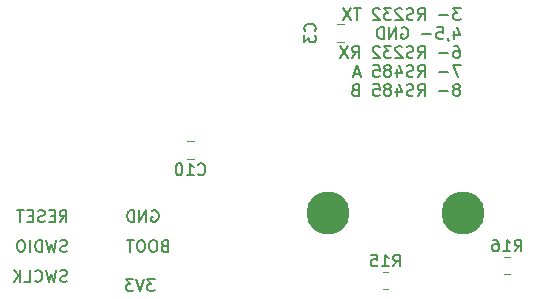
<source format=gbr>
%TF.GenerationSoftware,KiCad,Pcbnew,7.0.11+dfsg-1build4*%
%TF.CreationDate,2025-07-11T21:35:20+02:00*%
%TF.ProjectId,ParaPRZEKAZNIK,50617261-5052-45a4-954b-415a4e494b2e,rev?*%
%TF.SameCoordinates,Original*%
%TF.FileFunction,Legend,Bot*%
%TF.FilePolarity,Positive*%
%FSLAX46Y46*%
G04 Gerber Fmt 4.6, Leading zero omitted, Abs format (unit mm)*
G04 Created by KiCad (PCBNEW 7.0.11+dfsg-1build4) date 2025-07-11 21:35:20*
%MOMM*%
%LPD*%
G01*
G04 APERTURE LIST*
%ADD10C,0.150000*%
%ADD11C,0.120000*%
%ADD12C,3.650000*%
G04 APERTURE END LIST*
D10*
X75704458Y-54024819D02*
X75085411Y-54024819D01*
X75085411Y-54024819D02*
X75418744Y-54405771D01*
X75418744Y-54405771D02*
X75275887Y-54405771D01*
X75275887Y-54405771D02*
X75180649Y-54453390D01*
X75180649Y-54453390D02*
X75133030Y-54501009D01*
X75133030Y-54501009D02*
X75085411Y-54596247D01*
X75085411Y-54596247D02*
X75085411Y-54834342D01*
X75085411Y-54834342D02*
X75133030Y-54929580D01*
X75133030Y-54929580D02*
X75180649Y-54977200D01*
X75180649Y-54977200D02*
X75275887Y-55024819D01*
X75275887Y-55024819D02*
X75561601Y-55024819D01*
X75561601Y-55024819D02*
X75656839Y-54977200D01*
X75656839Y-54977200D02*
X75704458Y-54929580D01*
X74656839Y-54643866D02*
X73894935Y-54643866D01*
X72085411Y-55024819D02*
X72418744Y-54548628D01*
X72656839Y-55024819D02*
X72656839Y-54024819D01*
X72656839Y-54024819D02*
X72275887Y-54024819D01*
X72275887Y-54024819D02*
X72180649Y-54072438D01*
X72180649Y-54072438D02*
X72133030Y-54120057D01*
X72133030Y-54120057D02*
X72085411Y-54215295D01*
X72085411Y-54215295D02*
X72085411Y-54358152D01*
X72085411Y-54358152D02*
X72133030Y-54453390D01*
X72133030Y-54453390D02*
X72180649Y-54501009D01*
X72180649Y-54501009D02*
X72275887Y-54548628D01*
X72275887Y-54548628D02*
X72656839Y-54548628D01*
X71704458Y-54977200D02*
X71561601Y-55024819D01*
X71561601Y-55024819D02*
X71323506Y-55024819D01*
X71323506Y-55024819D02*
X71228268Y-54977200D01*
X71228268Y-54977200D02*
X71180649Y-54929580D01*
X71180649Y-54929580D02*
X71133030Y-54834342D01*
X71133030Y-54834342D02*
X71133030Y-54739104D01*
X71133030Y-54739104D02*
X71180649Y-54643866D01*
X71180649Y-54643866D02*
X71228268Y-54596247D01*
X71228268Y-54596247D02*
X71323506Y-54548628D01*
X71323506Y-54548628D02*
X71513982Y-54501009D01*
X71513982Y-54501009D02*
X71609220Y-54453390D01*
X71609220Y-54453390D02*
X71656839Y-54405771D01*
X71656839Y-54405771D02*
X71704458Y-54310533D01*
X71704458Y-54310533D02*
X71704458Y-54215295D01*
X71704458Y-54215295D02*
X71656839Y-54120057D01*
X71656839Y-54120057D02*
X71609220Y-54072438D01*
X71609220Y-54072438D02*
X71513982Y-54024819D01*
X71513982Y-54024819D02*
X71275887Y-54024819D01*
X71275887Y-54024819D02*
X71133030Y-54072438D01*
X70752077Y-54120057D02*
X70704458Y-54072438D01*
X70704458Y-54072438D02*
X70609220Y-54024819D01*
X70609220Y-54024819D02*
X70371125Y-54024819D01*
X70371125Y-54024819D02*
X70275887Y-54072438D01*
X70275887Y-54072438D02*
X70228268Y-54120057D01*
X70228268Y-54120057D02*
X70180649Y-54215295D01*
X70180649Y-54215295D02*
X70180649Y-54310533D01*
X70180649Y-54310533D02*
X70228268Y-54453390D01*
X70228268Y-54453390D02*
X70799696Y-55024819D01*
X70799696Y-55024819D02*
X70180649Y-55024819D01*
X69847315Y-54024819D02*
X69228268Y-54024819D01*
X69228268Y-54024819D02*
X69561601Y-54405771D01*
X69561601Y-54405771D02*
X69418744Y-54405771D01*
X69418744Y-54405771D02*
X69323506Y-54453390D01*
X69323506Y-54453390D02*
X69275887Y-54501009D01*
X69275887Y-54501009D02*
X69228268Y-54596247D01*
X69228268Y-54596247D02*
X69228268Y-54834342D01*
X69228268Y-54834342D02*
X69275887Y-54929580D01*
X69275887Y-54929580D02*
X69323506Y-54977200D01*
X69323506Y-54977200D02*
X69418744Y-55024819D01*
X69418744Y-55024819D02*
X69704458Y-55024819D01*
X69704458Y-55024819D02*
X69799696Y-54977200D01*
X69799696Y-54977200D02*
X69847315Y-54929580D01*
X68847315Y-54120057D02*
X68799696Y-54072438D01*
X68799696Y-54072438D02*
X68704458Y-54024819D01*
X68704458Y-54024819D02*
X68466363Y-54024819D01*
X68466363Y-54024819D02*
X68371125Y-54072438D01*
X68371125Y-54072438D02*
X68323506Y-54120057D01*
X68323506Y-54120057D02*
X68275887Y-54215295D01*
X68275887Y-54215295D02*
X68275887Y-54310533D01*
X68275887Y-54310533D02*
X68323506Y-54453390D01*
X68323506Y-54453390D02*
X68894934Y-55024819D01*
X68894934Y-55024819D02*
X68275887Y-55024819D01*
X67228267Y-54024819D02*
X66656839Y-54024819D01*
X66942553Y-55024819D02*
X66942553Y-54024819D01*
X66418743Y-54024819D02*
X65752077Y-55024819D01*
X65752077Y-54024819D02*
X66418743Y-55024819D01*
X75180649Y-55968152D02*
X75180649Y-56634819D01*
X75418744Y-55587200D02*
X75656839Y-56301485D01*
X75656839Y-56301485D02*
X75037792Y-56301485D01*
X74609220Y-56587200D02*
X74609220Y-56634819D01*
X74609220Y-56634819D02*
X74656839Y-56730057D01*
X74656839Y-56730057D02*
X74704458Y-56777676D01*
X73704459Y-55634819D02*
X74180649Y-55634819D01*
X74180649Y-55634819D02*
X74228268Y-56111009D01*
X74228268Y-56111009D02*
X74180649Y-56063390D01*
X74180649Y-56063390D02*
X74085411Y-56015771D01*
X74085411Y-56015771D02*
X73847316Y-56015771D01*
X73847316Y-56015771D02*
X73752078Y-56063390D01*
X73752078Y-56063390D02*
X73704459Y-56111009D01*
X73704459Y-56111009D02*
X73656840Y-56206247D01*
X73656840Y-56206247D02*
X73656840Y-56444342D01*
X73656840Y-56444342D02*
X73704459Y-56539580D01*
X73704459Y-56539580D02*
X73752078Y-56587200D01*
X73752078Y-56587200D02*
X73847316Y-56634819D01*
X73847316Y-56634819D02*
X74085411Y-56634819D01*
X74085411Y-56634819D02*
X74180649Y-56587200D01*
X74180649Y-56587200D02*
X74228268Y-56539580D01*
X73228268Y-56253866D02*
X72466364Y-56253866D01*
X70704459Y-55682438D02*
X70799697Y-55634819D01*
X70799697Y-55634819D02*
X70942554Y-55634819D01*
X70942554Y-55634819D02*
X71085411Y-55682438D01*
X71085411Y-55682438D02*
X71180649Y-55777676D01*
X71180649Y-55777676D02*
X71228268Y-55872914D01*
X71228268Y-55872914D02*
X71275887Y-56063390D01*
X71275887Y-56063390D02*
X71275887Y-56206247D01*
X71275887Y-56206247D02*
X71228268Y-56396723D01*
X71228268Y-56396723D02*
X71180649Y-56491961D01*
X71180649Y-56491961D02*
X71085411Y-56587200D01*
X71085411Y-56587200D02*
X70942554Y-56634819D01*
X70942554Y-56634819D02*
X70847316Y-56634819D01*
X70847316Y-56634819D02*
X70704459Y-56587200D01*
X70704459Y-56587200D02*
X70656840Y-56539580D01*
X70656840Y-56539580D02*
X70656840Y-56206247D01*
X70656840Y-56206247D02*
X70847316Y-56206247D01*
X70228268Y-56634819D02*
X70228268Y-55634819D01*
X70228268Y-55634819D02*
X69656840Y-56634819D01*
X69656840Y-56634819D02*
X69656840Y-55634819D01*
X69180649Y-56634819D02*
X69180649Y-55634819D01*
X69180649Y-55634819D02*
X68942554Y-55634819D01*
X68942554Y-55634819D02*
X68799697Y-55682438D01*
X68799697Y-55682438D02*
X68704459Y-55777676D01*
X68704459Y-55777676D02*
X68656840Y-55872914D01*
X68656840Y-55872914D02*
X68609221Y-56063390D01*
X68609221Y-56063390D02*
X68609221Y-56206247D01*
X68609221Y-56206247D02*
X68656840Y-56396723D01*
X68656840Y-56396723D02*
X68704459Y-56491961D01*
X68704459Y-56491961D02*
X68799697Y-56587200D01*
X68799697Y-56587200D02*
X68942554Y-56634819D01*
X68942554Y-56634819D02*
X69180649Y-56634819D01*
X75180649Y-57244819D02*
X75371125Y-57244819D01*
X75371125Y-57244819D02*
X75466363Y-57292438D01*
X75466363Y-57292438D02*
X75513982Y-57340057D01*
X75513982Y-57340057D02*
X75609220Y-57482914D01*
X75609220Y-57482914D02*
X75656839Y-57673390D01*
X75656839Y-57673390D02*
X75656839Y-58054342D01*
X75656839Y-58054342D02*
X75609220Y-58149580D01*
X75609220Y-58149580D02*
X75561601Y-58197200D01*
X75561601Y-58197200D02*
X75466363Y-58244819D01*
X75466363Y-58244819D02*
X75275887Y-58244819D01*
X75275887Y-58244819D02*
X75180649Y-58197200D01*
X75180649Y-58197200D02*
X75133030Y-58149580D01*
X75133030Y-58149580D02*
X75085411Y-58054342D01*
X75085411Y-58054342D02*
X75085411Y-57816247D01*
X75085411Y-57816247D02*
X75133030Y-57721009D01*
X75133030Y-57721009D02*
X75180649Y-57673390D01*
X75180649Y-57673390D02*
X75275887Y-57625771D01*
X75275887Y-57625771D02*
X75466363Y-57625771D01*
X75466363Y-57625771D02*
X75561601Y-57673390D01*
X75561601Y-57673390D02*
X75609220Y-57721009D01*
X75609220Y-57721009D02*
X75656839Y-57816247D01*
X74656839Y-57863866D02*
X73894935Y-57863866D01*
X72085411Y-58244819D02*
X72418744Y-57768628D01*
X72656839Y-58244819D02*
X72656839Y-57244819D01*
X72656839Y-57244819D02*
X72275887Y-57244819D01*
X72275887Y-57244819D02*
X72180649Y-57292438D01*
X72180649Y-57292438D02*
X72133030Y-57340057D01*
X72133030Y-57340057D02*
X72085411Y-57435295D01*
X72085411Y-57435295D02*
X72085411Y-57578152D01*
X72085411Y-57578152D02*
X72133030Y-57673390D01*
X72133030Y-57673390D02*
X72180649Y-57721009D01*
X72180649Y-57721009D02*
X72275887Y-57768628D01*
X72275887Y-57768628D02*
X72656839Y-57768628D01*
X71704458Y-58197200D02*
X71561601Y-58244819D01*
X71561601Y-58244819D02*
X71323506Y-58244819D01*
X71323506Y-58244819D02*
X71228268Y-58197200D01*
X71228268Y-58197200D02*
X71180649Y-58149580D01*
X71180649Y-58149580D02*
X71133030Y-58054342D01*
X71133030Y-58054342D02*
X71133030Y-57959104D01*
X71133030Y-57959104D02*
X71180649Y-57863866D01*
X71180649Y-57863866D02*
X71228268Y-57816247D01*
X71228268Y-57816247D02*
X71323506Y-57768628D01*
X71323506Y-57768628D02*
X71513982Y-57721009D01*
X71513982Y-57721009D02*
X71609220Y-57673390D01*
X71609220Y-57673390D02*
X71656839Y-57625771D01*
X71656839Y-57625771D02*
X71704458Y-57530533D01*
X71704458Y-57530533D02*
X71704458Y-57435295D01*
X71704458Y-57435295D02*
X71656839Y-57340057D01*
X71656839Y-57340057D02*
X71609220Y-57292438D01*
X71609220Y-57292438D02*
X71513982Y-57244819D01*
X71513982Y-57244819D02*
X71275887Y-57244819D01*
X71275887Y-57244819D02*
X71133030Y-57292438D01*
X70752077Y-57340057D02*
X70704458Y-57292438D01*
X70704458Y-57292438D02*
X70609220Y-57244819D01*
X70609220Y-57244819D02*
X70371125Y-57244819D01*
X70371125Y-57244819D02*
X70275887Y-57292438D01*
X70275887Y-57292438D02*
X70228268Y-57340057D01*
X70228268Y-57340057D02*
X70180649Y-57435295D01*
X70180649Y-57435295D02*
X70180649Y-57530533D01*
X70180649Y-57530533D02*
X70228268Y-57673390D01*
X70228268Y-57673390D02*
X70799696Y-58244819D01*
X70799696Y-58244819D02*
X70180649Y-58244819D01*
X69847315Y-57244819D02*
X69228268Y-57244819D01*
X69228268Y-57244819D02*
X69561601Y-57625771D01*
X69561601Y-57625771D02*
X69418744Y-57625771D01*
X69418744Y-57625771D02*
X69323506Y-57673390D01*
X69323506Y-57673390D02*
X69275887Y-57721009D01*
X69275887Y-57721009D02*
X69228268Y-57816247D01*
X69228268Y-57816247D02*
X69228268Y-58054342D01*
X69228268Y-58054342D02*
X69275887Y-58149580D01*
X69275887Y-58149580D02*
X69323506Y-58197200D01*
X69323506Y-58197200D02*
X69418744Y-58244819D01*
X69418744Y-58244819D02*
X69704458Y-58244819D01*
X69704458Y-58244819D02*
X69799696Y-58197200D01*
X69799696Y-58197200D02*
X69847315Y-58149580D01*
X68847315Y-57340057D02*
X68799696Y-57292438D01*
X68799696Y-57292438D02*
X68704458Y-57244819D01*
X68704458Y-57244819D02*
X68466363Y-57244819D01*
X68466363Y-57244819D02*
X68371125Y-57292438D01*
X68371125Y-57292438D02*
X68323506Y-57340057D01*
X68323506Y-57340057D02*
X68275887Y-57435295D01*
X68275887Y-57435295D02*
X68275887Y-57530533D01*
X68275887Y-57530533D02*
X68323506Y-57673390D01*
X68323506Y-57673390D02*
X68894934Y-58244819D01*
X68894934Y-58244819D02*
X68275887Y-58244819D01*
X66513982Y-58244819D02*
X66847315Y-57768628D01*
X67085410Y-58244819D02*
X67085410Y-57244819D01*
X67085410Y-57244819D02*
X66704458Y-57244819D01*
X66704458Y-57244819D02*
X66609220Y-57292438D01*
X66609220Y-57292438D02*
X66561601Y-57340057D01*
X66561601Y-57340057D02*
X66513982Y-57435295D01*
X66513982Y-57435295D02*
X66513982Y-57578152D01*
X66513982Y-57578152D02*
X66561601Y-57673390D01*
X66561601Y-57673390D02*
X66609220Y-57721009D01*
X66609220Y-57721009D02*
X66704458Y-57768628D01*
X66704458Y-57768628D02*
X67085410Y-57768628D01*
X66180648Y-57244819D02*
X65513982Y-58244819D01*
X65513982Y-57244819D02*
X66180648Y-58244819D01*
X75704458Y-58854819D02*
X75037792Y-58854819D01*
X75037792Y-58854819D02*
X75466363Y-59854819D01*
X74656839Y-59473866D02*
X73894935Y-59473866D01*
X72085411Y-59854819D02*
X72418744Y-59378628D01*
X72656839Y-59854819D02*
X72656839Y-58854819D01*
X72656839Y-58854819D02*
X72275887Y-58854819D01*
X72275887Y-58854819D02*
X72180649Y-58902438D01*
X72180649Y-58902438D02*
X72133030Y-58950057D01*
X72133030Y-58950057D02*
X72085411Y-59045295D01*
X72085411Y-59045295D02*
X72085411Y-59188152D01*
X72085411Y-59188152D02*
X72133030Y-59283390D01*
X72133030Y-59283390D02*
X72180649Y-59331009D01*
X72180649Y-59331009D02*
X72275887Y-59378628D01*
X72275887Y-59378628D02*
X72656839Y-59378628D01*
X71704458Y-59807200D02*
X71561601Y-59854819D01*
X71561601Y-59854819D02*
X71323506Y-59854819D01*
X71323506Y-59854819D02*
X71228268Y-59807200D01*
X71228268Y-59807200D02*
X71180649Y-59759580D01*
X71180649Y-59759580D02*
X71133030Y-59664342D01*
X71133030Y-59664342D02*
X71133030Y-59569104D01*
X71133030Y-59569104D02*
X71180649Y-59473866D01*
X71180649Y-59473866D02*
X71228268Y-59426247D01*
X71228268Y-59426247D02*
X71323506Y-59378628D01*
X71323506Y-59378628D02*
X71513982Y-59331009D01*
X71513982Y-59331009D02*
X71609220Y-59283390D01*
X71609220Y-59283390D02*
X71656839Y-59235771D01*
X71656839Y-59235771D02*
X71704458Y-59140533D01*
X71704458Y-59140533D02*
X71704458Y-59045295D01*
X71704458Y-59045295D02*
X71656839Y-58950057D01*
X71656839Y-58950057D02*
X71609220Y-58902438D01*
X71609220Y-58902438D02*
X71513982Y-58854819D01*
X71513982Y-58854819D02*
X71275887Y-58854819D01*
X71275887Y-58854819D02*
X71133030Y-58902438D01*
X70275887Y-59188152D02*
X70275887Y-59854819D01*
X70513982Y-58807200D02*
X70752077Y-59521485D01*
X70752077Y-59521485D02*
X70133030Y-59521485D01*
X69609220Y-59283390D02*
X69704458Y-59235771D01*
X69704458Y-59235771D02*
X69752077Y-59188152D01*
X69752077Y-59188152D02*
X69799696Y-59092914D01*
X69799696Y-59092914D02*
X69799696Y-59045295D01*
X69799696Y-59045295D02*
X69752077Y-58950057D01*
X69752077Y-58950057D02*
X69704458Y-58902438D01*
X69704458Y-58902438D02*
X69609220Y-58854819D01*
X69609220Y-58854819D02*
X69418744Y-58854819D01*
X69418744Y-58854819D02*
X69323506Y-58902438D01*
X69323506Y-58902438D02*
X69275887Y-58950057D01*
X69275887Y-58950057D02*
X69228268Y-59045295D01*
X69228268Y-59045295D02*
X69228268Y-59092914D01*
X69228268Y-59092914D02*
X69275887Y-59188152D01*
X69275887Y-59188152D02*
X69323506Y-59235771D01*
X69323506Y-59235771D02*
X69418744Y-59283390D01*
X69418744Y-59283390D02*
X69609220Y-59283390D01*
X69609220Y-59283390D02*
X69704458Y-59331009D01*
X69704458Y-59331009D02*
X69752077Y-59378628D01*
X69752077Y-59378628D02*
X69799696Y-59473866D01*
X69799696Y-59473866D02*
X69799696Y-59664342D01*
X69799696Y-59664342D02*
X69752077Y-59759580D01*
X69752077Y-59759580D02*
X69704458Y-59807200D01*
X69704458Y-59807200D02*
X69609220Y-59854819D01*
X69609220Y-59854819D02*
X69418744Y-59854819D01*
X69418744Y-59854819D02*
X69323506Y-59807200D01*
X69323506Y-59807200D02*
X69275887Y-59759580D01*
X69275887Y-59759580D02*
X69228268Y-59664342D01*
X69228268Y-59664342D02*
X69228268Y-59473866D01*
X69228268Y-59473866D02*
X69275887Y-59378628D01*
X69275887Y-59378628D02*
X69323506Y-59331009D01*
X69323506Y-59331009D02*
X69418744Y-59283390D01*
X68323506Y-58854819D02*
X68799696Y-58854819D01*
X68799696Y-58854819D02*
X68847315Y-59331009D01*
X68847315Y-59331009D02*
X68799696Y-59283390D01*
X68799696Y-59283390D02*
X68704458Y-59235771D01*
X68704458Y-59235771D02*
X68466363Y-59235771D01*
X68466363Y-59235771D02*
X68371125Y-59283390D01*
X68371125Y-59283390D02*
X68323506Y-59331009D01*
X68323506Y-59331009D02*
X68275887Y-59426247D01*
X68275887Y-59426247D02*
X68275887Y-59664342D01*
X68275887Y-59664342D02*
X68323506Y-59759580D01*
X68323506Y-59759580D02*
X68371125Y-59807200D01*
X68371125Y-59807200D02*
X68466363Y-59854819D01*
X68466363Y-59854819D02*
X68704458Y-59854819D01*
X68704458Y-59854819D02*
X68799696Y-59807200D01*
X68799696Y-59807200D02*
X68847315Y-59759580D01*
X67133029Y-59569104D02*
X66656839Y-59569104D01*
X67228267Y-59854819D02*
X66894934Y-58854819D01*
X66894934Y-58854819D02*
X66561601Y-59854819D01*
X75466363Y-60893390D02*
X75561601Y-60845771D01*
X75561601Y-60845771D02*
X75609220Y-60798152D01*
X75609220Y-60798152D02*
X75656839Y-60702914D01*
X75656839Y-60702914D02*
X75656839Y-60655295D01*
X75656839Y-60655295D02*
X75609220Y-60560057D01*
X75609220Y-60560057D02*
X75561601Y-60512438D01*
X75561601Y-60512438D02*
X75466363Y-60464819D01*
X75466363Y-60464819D02*
X75275887Y-60464819D01*
X75275887Y-60464819D02*
X75180649Y-60512438D01*
X75180649Y-60512438D02*
X75133030Y-60560057D01*
X75133030Y-60560057D02*
X75085411Y-60655295D01*
X75085411Y-60655295D02*
X75085411Y-60702914D01*
X75085411Y-60702914D02*
X75133030Y-60798152D01*
X75133030Y-60798152D02*
X75180649Y-60845771D01*
X75180649Y-60845771D02*
X75275887Y-60893390D01*
X75275887Y-60893390D02*
X75466363Y-60893390D01*
X75466363Y-60893390D02*
X75561601Y-60941009D01*
X75561601Y-60941009D02*
X75609220Y-60988628D01*
X75609220Y-60988628D02*
X75656839Y-61083866D01*
X75656839Y-61083866D02*
X75656839Y-61274342D01*
X75656839Y-61274342D02*
X75609220Y-61369580D01*
X75609220Y-61369580D02*
X75561601Y-61417200D01*
X75561601Y-61417200D02*
X75466363Y-61464819D01*
X75466363Y-61464819D02*
X75275887Y-61464819D01*
X75275887Y-61464819D02*
X75180649Y-61417200D01*
X75180649Y-61417200D02*
X75133030Y-61369580D01*
X75133030Y-61369580D02*
X75085411Y-61274342D01*
X75085411Y-61274342D02*
X75085411Y-61083866D01*
X75085411Y-61083866D02*
X75133030Y-60988628D01*
X75133030Y-60988628D02*
X75180649Y-60941009D01*
X75180649Y-60941009D02*
X75275887Y-60893390D01*
X74656839Y-61083866D02*
X73894935Y-61083866D01*
X72085411Y-61464819D02*
X72418744Y-60988628D01*
X72656839Y-61464819D02*
X72656839Y-60464819D01*
X72656839Y-60464819D02*
X72275887Y-60464819D01*
X72275887Y-60464819D02*
X72180649Y-60512438D01*
X72180649Y-60512438D02*
X72133030Y-60560057D01*
X72133030Y-60560057D02*
X72085411Y-60655295D01*
X72085411Y-60655295D02*
X72085411Y-60798152D01*
X72085411Y-60798152D02*
X72133030Y-60893390D01*
X72133030Y-60893390D02*
X72180649Y-60941009D01*
X72180649Y-60941009D02*
X72275887Y-60988628D01*
X72275887Y-60988628D02*
X72656839Y-60988628D01*
X71704458Y-61417200D02*
X71561601Y-61464819D01*
X71561601Y-61464819D02*
X71323506Y-61464819D01*
X71323506Y-61464819D02*
X71228268Y-61417200D01*
X71228268Y-61417200D02*
X71180649Y-61369580D01*
X71180649Y-61369580D02*
X71133030Y-61274342D01*
X71133030Y-61274342D02*
X71133030Y-61179104D01*
X71133030Y-61179104D02*
X71180649Y-61083866D01*
X71180649Y-61083866D02*
X71228268Y-61036247D01*
X71228268Y-61036247D02*
X71323506Y-60988628D01*
X71323506Y-60988628D02*
X71513982Y-60941009D01*
X71513982Y-60941009D02*
X71609220Y-60893390D01*
X71609220Y-60893390D02*
X71656839Y-60845771D01*
X71656839Y-60845771D02*
X71704458Y-60750533D01*
X71704458Y-60750533D02*
X71704458Y-60655295D01*
X71704458Y-60655295D02*
X71656839Y-60560057D01*
X71656839Y-60560057D02*
X71609220Y-60512438D01*
X71609220Y-60512438D02*
X71513982Y-60464819D01*
X71513982Y-60464819D02*
X71275887Y-60464819D01*
X71275887Y-60464819D02*
X71133030Y-60512438D01*
X70275887Y-60798152D02*
X70275887Y-61464819D01*
X70513982Y-60417200D02*
X70752077Y-61131485D01*
X70752077Y-61131485D02*
X70133030Y-61131485D01*
X69609220Y-60893390D02*
X69704458Y-60845771D01*
X69704458Y-60845771D02*
X69752077Y-60798152D01*
X69752077Y-60798152D02*
X69799696Y-60702914D01*
X69799696Y-60702914D02*
X69799696Y-60655295D01*
X69799696Y-60655295D02*
X69752077Y-60560057D01*
X69752077Y-60560057D02*
X69704458Y-60512438D01*
X69704458Y-60512438D02*
X69609220Y-60464819D01*
X69609220Y-60464819D02*
X69418744Y-60464819D01*
X69418744Y-60464819D02*
X69323506Y-60512438D01*
X69323506Y-60512438D02*
X69275887Y-60560057D01*
X69275887Y-60560057D02*
X69228268Y-60655295D01*
X69228268Y-60655295D02*
X69228268Y-60702914D01*
X69228268Y-60702914D02*
X69275887Y-60798152D01*
X69275887Y-60798152D02*
X69323506Y-60845771D01*
X69323506Y-60845771D02*
X69418744Y-60893390D01*
X69418744Y-60893390D02*
X69609220Y-60893390D01*
X69609220Y-60893390D02*
X69704458Y-60941009D01*
X69704458Y-60941009D02*
X69752077Y-60988628D01*
X69752077Y-60988628D02*
X69799696Y-61083866D01*
X69799696Y-61083866D02*
X69799696Y-61274342D01*
X69799696Y-61274342D02*
X69752077Y-61369580D01*
X69752077Y-61369580D02*
X69704458Y-61417200D01*
X69704458Y-61417200D02*
X69609220Y-61464819D01*
X69609220Y-61464819D02*
X69418744Y-61464819D01*
X69418744Y-61464819D02*
X69323506Y-61417200D01*
X69323506Y-61417200D02*
X69275887Y-61369580D01*
X69275887Y-61369580D02*
X69228268Y-61274342D01*
X69228268Y-61274342D02*
X69228268Y-61083866D01*
X69228268Y-61083866D02*
X69275887Y-60988628D01*
X69275887Y-60988628D02*
X69323506Y-60941009D01*
X69323506Y-60941009D02*
X69418744Y-60893390D01*
X68323506Y-60464819D02*
X68799696Y-60464819D01*
X68799696Y-60464819D02*
X68847315Y-60941009D01*
X68847315Y-60941009D02*
X68799696Y-60893390D01*
X68799696Y-60893390D02*
X68704458Y-60845771D01*
X68704458Y-60845771D02*
X68466363Y-60845771D01*
X68466363Y-60845771D02*
X68371125Y-60893390D01*
X68371125Y-60893390D02*
X68323506Y-60941009D01*
X68323506Y-60941009D02*
X68275887Y-61036247D01*
X68275887Y-61036247D02*
X68275887Y-61274342D01*
X68275887Y-61274342D02*
X68323506Y-61369580D01*
X68323506Y-61369580D02*
X68371125Y-61417200D01*
X68371125Y-61417200D02*
X68466363Y-61464819D01*
X68466363Y-61464819D02*
X68704458Y-61464819D01*
X68704458Y-61464819D02*
X68799696Y-61417200D01*
X68799696Y-61417200D02*
X68847315Y-61369580D01*
X66752077Y-60941009D02*
X66609220Y-60988628D01*
X66609220Y-60988628D02*
X66561601Y-61036247D01*
X66561601Y-61036247D02*
X66513982Y-61131485D01*
X66513982Y-61131485D02*
X66513982Y-61274342D01*
X66513982Y-61274342D02*
X66561601Y-61369580D01*
X66561601Y-61369580D02*
X66609220Y-61417200D01*
X66609220Y-61417200D02*
X66704458Y-61464819D01*
X66704458Y-61464819D02*
X67085410Y-61464819D01*
X67085410Y-61464819D02*
X67085410Y-60464819D01*
X67085410Y-60464819D02*
X66752077Y-60464819D01*
X66752077Y-60464819D02*
X66656839Y-60512438D01*
X66656839Y-60512438D02*
X66609220Y-60560057D01*
X66609220Y-60560057D02*
X66561601Y-60655295D01*
X66561601Y-60655295D02*
X66561601Y-60750533D01*
X66561601Y-60750533D02*
X66609220Y-60845771D01*
X66609220Y-60845771D02*
X66656839Y-60893390D01*
X66656839Y-60893390D02*
X66752077Y-60941009D01*
X66752077Y-60941009D02*
X67085410Y-60941009D01*
X49558411Y-71180438D02*
X49653649Y-71132819D01*
X49653649Y-71132819D02*
X49796506Y-71132819D01*
X49796506Y-71132819D02*
X49939363Y-71180438D01*
X49939363Y-71180438D02*
X50034601Y-71275676D01*
X50034601Y-71275676D02*
X50082220Y-71370914D01*
X50082220Y-71370914D02*
X50129839Y-71561390D01*
X50129839Y-71561390D02*
X50129839Y-71704247D01*
X50129839Y-71704247D02*
X50082220Y-71894723D01*
X50082220Y-71894723D02*
X50034601Y-71989961D01*
X50034601Y-71989961D02*
X49939363Y-72085200D01*
X49939363Y-72085200D02*
X49796506Y-72132819D01*
X49796506Y-72132819D02*
X49701268Y-72132819D01*
X49701268Y-72132819D02*
X49558411Y-72085200D01*
X49558411Y-72085200D02*
X49510792Y-72037580D01*
X49510792Y-72037580D02*
X49510792Y-71704247D01*
X49510792Y-71704247D02*
X49701268Y-71704247D01*
X49082220Y-72132819D02*
X49082220Y-71132819D01*
X49082220Y-71132819D02*
X48510792Y-72132819D01*
X48510792Y-72132819D02*
X48510792Y-71132819D01*
X48034601Y-72132819D02*
X48034601Y-71132819D01*
X48034601Y-71132819D02*
X47796506Y-71132819D01*
X47796506Y-71132819D02*
X47653649Y-71180438D01*
X47653649Y-71180438D02*
X47558411Y-71275676D01*
X47558411Y-71275676D02*
X47510792Y-71370914D01*
X47510792Y-71370914D02*
X47463173Y-71561390D01*
X47463173Y-71561390D02*
X47463173Y-71704247D01*
X47463173Y-71704247D02*
X47510792Y-71894723D01*
X47510792Y-71894723D02*
X47558411Y-71989961D01*
X47558411Y-71989961D02*
X47653649Y-72085200D01*
X47653649Y-72085200D02*
X47796506Y-72132819D01*
X47796506Y-72132819D02*
X48034601Y-72132819D01*
X49796458Y-76974819D02*
X49177411Y-76974819D01*
X49177411Y-76974819D02*
X49510744Y-77355771D01*
X49510744Y-77355771D02*
X49367887Y-77355771D01*
X49367887Y-77355771D02*
X49272649Y-77403390D01*
X49272649Y-77403390D02*
X49225030Y-77451009D01*
X49225030Y-77451009D02*
X49177411Y-77546247D01*
X49177411Y-77546247D02*
X49177411Y-77784342D01*
X49177411Y-77784342D02*
X49225030Y-77879580D01*
X49225030Y-77879580D02*
X49272649Y-77927200D01*
X49272649Y-77927200D02*
X49367887Y-77974819D01*
X49367887Y-77974819D02*
X49653601Y-77974819D01*
X49653601Y-77974819D02*
X49748839Y-77927200D01*
X49748839Y-77927200D02*
X49796458Y-77879580D01*
X48891696Y-76974819D02*
X48558363Y-77974819D01*
X48558363Y-77974819D02*
X48225030Y-76974819D01*
X47986934Y-76974819D02*
X47367887Y-76974819D01*
X47367887Y-76974819D02*
X47701220Y-77355771D01*
X47701220Y-77355771D02*
X47558363Y-77355771D01*
X47558363Y-77355771D02*
X47463125Y-77403390D01*
X47463125Y-77403390D02*
X47415506Y-77451009D01*
X47415506Y-77451009D02*
X47367887Y-77546247D01*
X47367887Y-77546247D02*
X47367887Y-77784342D01*
X47367887Y-77784342D02*
X47415506Y-77879580D01*
X47415506Y-77879580D02*
X47463125Y-77927200D01*
X47463125Y-77927200D02*
X47558363Y-77974819D01*
X47558363Y-77974819D02*
X47844077Y-77974819D01*
X47844077Y-77974819D02*
X47939315Y-77927200D01*
X47939315Y-77927200D02*
X47986934Y-77879580D01*
X42382839Y-77165200D02*
X42239982Y-77212819D01*
X42239982Y-77212819D02*
X42001887Y-77212819D01*
X42001887Y-77212819D02*
X41906649Y-77165200D01*
X41906649Y-77165200D02*
X41859030Y-77117580D01*
X41859030Y-77117580D02*
X41811411Y-77022342D01*
X41811411Y-77022342D02*
X41811411Y-76927104D01*
X41811411Y-76927104D02*
X41859030Y-76831866D01*
X41859030Y-76831866D02*
X41906649Y-76784247D01*
X41906649Y-76784247D02*
X42001887Y-76736628D01*
X42001887Y-76736628D02*
X42192363Y-76689009D01*
X42192363Y-76689009D02*
X42287601Y-76641390D01*
X42287601Y-76641390D02*
X42335220Y-76593771D01*
X42335220Y-76593771D02*
X42382839Y-76498533D01*
X42382839Y-76498533D02*
X42382839Y-76403295D01*
X42382839Y-76403295D02*
X42335220Y-76308057D01*
X42335220Y-76308057D02*
X42287601Y-76260438D01*
X42287601Y-76260438D02*
X42192363Y-76212819D01*
X42192363Y-76212819D02*
X41954268Y-76212819D01*
X41954268Y-76212819D02*
X41811411Y-76260438D01*
X41478077Y-76212819D02*
X41239982Y-77212819D01*
X41239982Y-77212819D02*
X41049506Y-76498533D01*
X41049506Y-76498533D02*
X40859030Y-77212819D01*
X40859030Y-77212819D02*
X40620935Y-76212819D01*
X39668554Y-77117580D02*
X39716173Y-77165200D01*
X39716173Y-77165200D02*
X39859030Y-77212819D01*
X39859030Y-77212819D02*
X39954268Y-77212819D01*
X39954268Y-77212819D02*
X40097125Y-77165200D01*
X40097125Y-77165200D02*
X40192363Y-77069961D01*
X40192363Y-77069961D02*
X40239982Y-76974723D01*
X40239982Y-76974723D02*
X40287601Y-76784247D01*
X40287601Y-76784247D02*
X40287601Y-76641390D01*
X40287601Y-76641390D02*
X40239982Y-76450914D01*
X40239982Y-76450914D02*
X40192363Y-76355676D01*
X40192363Y-76355676D02*
X40097125Y-76260438D01*
X40097125Y-76260438D02*
X39954268Y-76212819D01*
X39954268Y-76212819D02*
X39859030Y-76212819D01*
X39859030Y-76212819D02*
X39716173Y-76260438D01*
X39716173Y-76260438D02*
X39668554Y-76308057D01*
X38763792Y-77212819D02*
X39239982Y-77212819D01*
X39239982Y-77212819D02*
X39239982Y-76212819D01*
X38430458Y-77212819D02*
X38430458Y-76212819D01*
X37859030Y-77212819D02*
X38287601Y-76641390D01*
X37859030Y-76212819D02*
X38430458Y-76784247D01*
X50637887Y-74149009D02*
X50495030Y-74196628D01*
X50495030Y-74196628D02*
X50447411Y-74244247D01*
X50447411Y-74244247D02*
X50399792Y-74339485D01*
X50399792Y-74339485D02*
X50399792Y-74482342D01*
X50399792Y-74482342D02*
X50447411Y-74577580D01*
X50447411Y-74577580D02*
X50495030Y-74625200D01*
X50495030Y-74625200D02*
X50590268Y-74672819D01*
X50590268Y-74672819D02*
X50971220Y-74672819D01*
X50971220Y-74672819D02*
X50971220Y-73672819D01*
X50971220Y-73672819D02*
X50637887Y-73672819D01*
X50637887Y-73672819D02*
X50542649Y-73720438D01*
X50542649Y-73720438D02*
X50495030Y-73768057D01*
X50495030Y-73768057D02*
X50447411Y-73863295D01*
X50447411Y-73863295D02*
X50447411Y-73958533D01*
X50447411Y-73958533D02*
X50495030Y-74053771D01*
X50495030Y-74053771D02*
X50542649Y-74101390D01*
X50542649Y-74101390D02*
X50637887Y-74149009D01*
X50637887Y-74149009D02*
X50971220Y-74149009D01*
X49780744Y-73672819D02*
X49590268Y-73672819D01*
X49590268Y-73672819D02*
X49495030Y-73720438D01*
X49495030Y-73720438D02*
X49399792Y-73815676D01*
X49399792Y-73815676D02*
X49352173Y-74006152D01*
X49352173Y-74006152D02*
X49352173Y-74339485D01*
X49352173Y-74339485D02*
X49399792Y-74529961D01*
X49399792Y-74529961D02*
X49495030Y-74625200D01*
X49495030Y-74625200D02*
X49590268Y-74672819D01*
X49590268Y-74672819D02*
X49780744Y-74672819D01*
X49780744Y-74672819D02*
X49875982Y-74625200D01*
X49875982Y-74625200D02*
X49971220Y-74529961D01*
X49971220Y-74529961D02*
X50018839Y-74339485D01*
X50018839Y-74339485D02*
X50018839Y-74006152D01*
X50018839Y-74006152D02*
X49971220Y-73815676D01*
X49971220Y-73815676D02*
X49875982Y-73720438D01*
X49875982Y-73720438D02*
X49780744Y-73672819D01*
X48733125Y-73672819D02*
X48542649Y-73672819D01*
X48542649Y-73672819D02*
X48447411Y-73720438D01*
X48447411Y-73720438D02*
X48352173Y-73815676D01*
X48352173Y-73815676D02*
X48304554Y-74006152D01*
X48304554Y-74006152D02*
X48304554Y-74339485D01*
X48304554Y-74339485D02*
X48352173Y-74529961D01*
X48352173Y-74529961D02*
X48447411Y-74625200D01*
X48447411Y-74625200D02*
X48542649Y-74672819D01*
X48542649Y-74672819D02*
X48733125Y-74672819D01*
X48733125Y-74672819D02*
X48828363Y-74625200D01*
X48828363Y-74625200D02*
X48923601Y-74529961D01*
X48923601Y-74529961D02*
X48971220Y-74339485D01*
X48971220Y-74339485D02*
X48971220Y-74006152D01*
X48971220Y-74006152D02*
X48923601Y-73815676D01*
X48923601Y-73815676D02*
X48828363Y-73720438D01*
X48828363Y-73720438D02*
X48733125Y-73672819D01*
X48018839Y-73672819D02*
X47447411Y-73672819D01*
X47733125Y-74672819D02*
X47733125Y-73672819D01*
X41763792Y-72132819D02*
X42097125Y-71656628D01*
X42335220Y-72132819D02*
X42335220Y-71132819D01*
X42335220Y-71132819D02*
X41954268Y-71132819D01*
X41954268Y-71132819D02*
X41859030Y-71180438D01*
X41859030Y-71180438D02*
X41811411Y-71228057D01*
X41811411Y-71228057D02*
X41763792Y-71323295D01*
X41763792Y-71323295D02*
X41763792Y-71466152D01*
X41763792Y-71466152D02*
X41811411Y-71561390D01*
X41811411Y-71561390D02*
X41859030Y-71609009D01*
X41859030Y-71609009D02*
X41954268Y-71656628D01*
X41954268Y-71656628D02*
X42335220Y-71656628D01*
X41335220Y-71609009D02*
X41001887Y-71609009D01*
X40859030Y-72132819D02*
X41335220Y-72132819D01*
X41335220Y-72132819D02*
X41335220Y-71132819D01*
X41335220Y-71132819D02*
X40859030Y-71132819D01*
X40478077Y-72085200D02*
X40335220Y-72132819D01*
X40335220Y-72132819D02*
X40097125Y-72132819D01*
X40097125Y-72132819D02*
X40001887Y-72085200D01*
X40001887Y-72085200D02*
X39954268Y-72037580D01*
X39954268Y-72037580D02*
X39906649Y-71942342D01*
X39906649Y-71942342D02*
X39906649Y-71847104D01*
X39906649Y-71847104D02*
X39954268Y-71751866D01*
X39954268Y-71751866D02*
X40001887Y-71704247D01*
X40001887Y-71704247D02*
X40097125Y-71656628D01*
X40097125Y-71656628D02*
X40287601Y-71609009D01*
X40287601Y-71609009D02*
X40382839Y-71561390D01*
X40382839Y-71561390D02*
X40430458Y-71513771D01*
X40430458Y-71513771D02*
X40478077Y-71418533D01*
X40478077Y-71418533D02*
X40478077Y-71323295D01*
X40478077Y-71323295D02*
X40430458Y-71228057D01*
X40430458Y-71228057D02*
X40382839Y-71180438D01*
X40382839Y-71180438D02*
X40287601Y-71132819D01*
X40287601Y-71132819D02*
X40049506Y-71132819D01*
X40049506Y-71132819D02*
X39906649Y-71180438D01*
X39478077Y-71609009D02*
X39144744Y-71609009D01*
X39001887Y-72132819D02*
X39478077Y-72132819D01*
X39478077Y-72132819D02*
X39478077Y-71132819D01*
X39478077Y-71132819D02*
X39001887Y-71132819D01*
X38716172Y-71132819D02*
X38144744Y-71132819D01*
X38430458Y-72132819D02*
X38430458Y-71132819D01*
X42382839Y-74625200D02*
X42239982Y-74672819D01*
X42239982Y-74672819D02*
X42001887Y-74672819D01*
X42001887Y-74672819D02*
X41906649Y-74625200D01*
X41906649Y-74625200D02*
X41859030Y-74577580D01*
X41859030Y-74577580D02*
X41811411Y-74482342D01*
X41811411Y-74482342D02*
X41811411Y-74387104D01*
X41811411Y-74387104D02*
X41859030Y-74291866D01*
X41859030Y-74291866D02*
X41906649Y-74244247D01*
X41906649Y-74244247D02*
X42001887Y-74196628D01*
X42001887Y-74196628D02*
X42192363Y-74149009D01*
X42192363Y-74149009D02*
X42287601Y-74101390D01*
X42287601Y-74101390D02*
X42335220Y-74053771D01*
X42335220Y-74053771D02*
X42382839Y-73958533D01*
X42382839Y-73958533D02*
X42382839Y-73863295D01*
X42382839Y-73863295D02*
X42335220Y-73768057D01*
X42335220Y-73768057D02*
X42287601Y-73720438D01*
X42287601Y-73720438D02*
X42192363Y-73672819D01*
X42192363Y-73672819D02*
X41954268Y-73672819D01*
X41954268Y-73672819D02*
X41811411Y-73720438D01*
X41478077Y-73672819D02*
X41239982Y-74672819D01*
X41239982Y-74672819D02*
X41049506Y-73958533D01*
X41049506Y-73958533D02*
X40859030Y-74672819D01*
X40859030Y-74672819D02*
X40620935Y-73672819D01*
X40239982Y-74672819D02*
X40239982Y-73672819D01*
X40239982Y-73672819D02*
X40001887Y-73672819D01*
X40001887Y-73672819D02*
X39859030Y-73720438D01*
X39859030Y-73720438D02*
X39763792Y-73815676D01*
X39763792Y-73815676D02*
X39716173Y-73910914D01*
X39716173Y-73910914D02*
X39668554Y-74101390D01*
X39668554Y-74101390D02*
X39668554Y-74244247D01*
X39668554Y-74244247D02*
X39716173Y-74434723D01*
X39716173Y-74434723D02*
X39763792Y-74529961D01*
X39763792Y-74529961D02*
X39859030Y-74625200D01*
X39859030Y-74625200D02*
X40001887Y-74672819D01*
X40001887Y-74672819D02*
X40239982Y-74672819D01*
X39239982Y-74672819D02*
X39239982Y-73672819D01*
X38573316Y-73672819D02*
X38382840Y-73672819D01*
X38382840Y-73672819D02*
X38287602Y-73720438D01*
X38287602Y-73720438D02*
X38192364Y-73815676D01*
X38192364Y-73815676D02*
X38144745Y-74006152D01*
X38144745Y-74006152D02*
X38144745Y-74339485D01*
X38144745Y-74339485D02*
X38192364Y-74529961D01*
X38192364Y-74529961D02*
X38287602Y-74625200D01*
X38287602Y-74625200D02*
X38382840Y-74672819D01*
X38382840Y-74672819D02*
X38573316Y-74672819D01*
X38573316Y-74672819D02*
X38668554Y-74625200D01*
X38668554Y-74625200D02*
X38763792Y-74529961D01*
X38763792Y-74529961D02*
X38811411Y-74339485D01*
X38811411Y-74339485D02*
X38811411Y-74006152D01*
X38811411Y-74006152D02*
X38763792Y-73815676D01*
X38763792Y-73815676D02*
X38668554Y-73720438D01*
X38668554Y-73720438D02*
X38573316Y-73672819D01*
X80271857Y-74623819D02*
X80605190Y-74147628D01*
X80843285Y-74623819D02*
X80843285Y-73623819D01*
X80843285Y-73623819D02*
X80462333Y-73623819D01*
X80462333Y-73623819D02*
X80367095Y-73671438D01*
X80367095Y-73671438D02*
X80319476Y-73719057D01*
X80319476Y-73719057D02*
X80271857Y-73814295D01*
X80271857Y-73814295D02*
X80271857Y-73957152D01*
X80271857Y-73957152D02*
X80319476Y-74052390D01*
X80319476Y-74052390D02*
X80367095Y-74100009D01*
X80367095Y-74100009D02*
X80462333Y-74147628D01*
X80462333Y-74147628D02*
X80843285Y-74147628D01*
X79319476Y-74623819D02*
X79890904Y-74623819D01*
X79605190Y-74623819D02*
X79605190Y-73623819D01*
X79605190Y-73623819D02*
X79700428Y-73766676D01*
X79700428Y-73766676D02*
X79795666Y-73861914D01*
X79795666Y-73861914D02*
X79890904Y-73909533D01*
X78462333Y-73623819D02*
X78652809Y-73623819D01*
X78652809Y-73623819D02*
X78748047Y-73671438D01*
X78748047Y-73671438D02*
X78795666Y-73719057D01*
X78795666Y-73719057D02*
X78890904Y-73861914D01*
X78890904Y-73861914D02*
X78938523Y-74052390D01*
X78938523Y-74052390D02*
X78938523Y-74433342D01*
X78938523Y-74433342D02*
X78890904Y-74528580D01*
X78890904Y-74528580D02*
X78843285Y-74576200D01*
X78843285Y-74576200D02*
X78748047Y-74623819D01*
X78748047Y-74623819D02*
X78557571Y-74623819D01*
X78557571Y-74623819D02*
X78462333Y-74576200D01*
X78462333Y-74576200D02*
X78414714Y-74528580D01*
X78414714Y-74528580D02*
X78367095Y-74433342D01*
X78367095Y-74433342D02*
X78367095Y-74195247D01*
X78367095Y-74195247D02*
X78414714Y-74100009D01*
X78414714Y-74100009D02*
X78462333Y-74052390D01*
X78462333Y-74052390D02*
X78557571Y-74004771D01*
X78557571Y-74004771D02*
X78748047Y-74004771D01*
X78748047Y-74004771D02*
X78843285Y-74052390D01*
X78843285Y-74052390D02*
X78890904Y-74100009D01*
X78890904Y-74100009D02*
X78938523Y-74195247D01*
X53474857Y-68079580D02*
X53522476Y-68127200D01*
X53522476Y-68127200D02*
X53665333Y-68174819D01*
X53665333Y-68174819D02*
X53760571Y-68174819D01*
X53760571Y-68174819D02*
X53903428Y-68127200D01*
X53903428Y-68127200D02*
X53998666Y-68031961D01*
X53998666Y-68031961D02*
X54046285Y-67936723D01*
X54046285Y-67936723D02*
X54093904Y-67746247D01*
X54093904Y-67746247D02*
X54093904Y-67603390D01*
X54093904Y-67603390D02*
X54046285Y-67412914D01*
X54046285Y-67412914D02*
X53998666Y-67317676D01*
X53998666Y-67317676D02*
X53903428Y-67222438D01*
X53903428Y-67222438D02*
X53760571Y-67174819D01*
X53760571Y-67174819D02*
X53665333Y-67174819D01*
X53665333Y-67174819D02*
X53522476Y-67222438D01*
X53522476Y-67222438D02*
X53474857Y-67270057D01*
X52522476Y-68174819D02*
X53093904Y-68174819D01*
X52808190Y-68174819D02*
X52808190Y-67174819D01*
X52808190Y-67174819D02*
X52903428Y-67317676D01*
X52903428Y-67317676D02*
X52998666Y-67412914D01*
X52998666Y-67412914D02*
X53093904Y-67460533D01*
X51903428Y-67174819D02*
X51808190Y-67174819D01*
X51808190Y-67174819D02*
X51712952Y-67222438D01*
X51712952Y-67222438D02*
X51665333Y-67270057D01*
X51665333Y-67270057D02*
X51617714Y-67365295D01*
X51617714Y-67365295D02*
X51570095Y-67555771D01*
X51570095Y-67555771D02*
X51570095Y-67793866D01*
X51570095Y-67793866D02*
X51617714Y-67984342D01*
X51617714Y-67984342D02*
X51665333Y-68079580D01*
X51665333Y-68079580D02*
X51712952Y-68127200D01*
X51712952Y-68127200D02*
X51808190Y-68174819D01*
X51808190Y-68174819D02*
X51903428Y-68174819D01*
X51903428Y-68174819D02*
X51998666Y-68127200D01*
X51998666Y-68127200D02*
X52046285Y-68079580D01*
X52046285Y-68079580D02*
X52093904Y-67984342D01*
X52093904Y-67984342D02*
X52141523Y-67793866D01*
X52141523Y-67793866D02*
X52141523Y-67555771D01*
X52141523Y-67555771D02*
X52093904Y-67365295D01*
X52093904Y-67365295D02*
X52046285Y-67270057D01*
X52046285Y-67270057D02*
X51998666Y-67222438D01*
X51998666Y-67222438D02*
X51903428Y-67174819D01*
X63351580Y-55967333D02*
X63399200Y-55919714D01*
X63399200Y-55919714D02*
X63446819Y-55776857D01*
X63446819Y-55776857D02*
X63446819Y-55681619D01*
X63446819Y-55681619D02*
X63399200Y-55538762D01*
X63399200Y-55538762D02*
X63303961Y-55443524D01*
X63303961Y-55443524D02*
X63208723Y-55395905D01*
X63208723Y-55395905D02*
X63018247Y-55348286D01*
X63018247Y-55348286D02*
X62875390Y-55348286D01*
X62875390Y-55348286D02*
X62684914Y-55395905D01*
X62684914Y-55395905D02*
X62589676Y-55443524D01*
X62589676Y-55443524D02*
X62494438Y-55538762D01*
X62494438Y-55538762D02*
X62446819Y-55681619D01*
X62446819Y-55681619D02*
X62446819Y-55776857D01*
X62446819Y-55776857D02*
X62494438Y-55919714D01*
X62494438Y-55919714D02*
X62542057Y-55967333D01*
X62446819Y-56300667D02*
X62446819Y-56919714D01*
X62446819Y-56919714D02*
X62827771Y-56586381D01*
X62827771Y-56586381D02*
X62827771Y-56729238D01*
X62827771Y-56729238D02*
X62875390Y-56824476D01*
X62875390Y-56824476D02*
X62923009Y-56872095D01*
X62923009Y-56872095D02*
X63018247Y-56919714D01*
X63018247Y-56919714D02*
X63256342Y-56919714D01*
X63256342Y-56919714D02*
X63351580Y-56872095D01*
X63351580Y-56872095D02*
X63399200Y-56824476D01*
X63399200Y-56824476D02*
X63446819Y-56729238D01*
X63446819Y-56729238D02*
X63446819Y-56443524D01*
X63446819Y-56443524D02*
X63399200Y-56348286D01*
X63399200Y-56348286D02*
X63351580Y-56300667D01*
X69984857Y-75893819D02*
X70318190Y-75417628D01*
X70556285Y-75893819D02*
X70556285Y-74893819D01*
X70556285Y-74893819D02*
X70175333Y-74893819D01*
X70175333Y-74893819D02*
X70080095Y-74941438D01*
X70080095Y-74941438D02*
X70032476Y-74989057D01*
X70032476Y-74989057D02*
X69984857Y-75084295D01*
X69984857Y-75084295D02*
X69984857Y-75227152D01*
X69984857Y-75227152D02*
X70032476Y-75322390D01*
X70032476Y-75322390D02*
X70080095Y-75370009D01*
X70080095Y-75370009D02*
X70175333Y-75417628D01*
X70175333Y-75417628D02*
X70556285Y-75417628D01*
X69032476Y-75893819D02*
X69603904Y-75893819D01*
X69318190Y-75893819D02*
X69318190Y-74893819D01*
X69318190Y-74893819D02*
X69413428Y-75036676D01*
X69413428Y-75036676D02*
X69508666Y-75131914D01*
X69508666Y-75131914D02*
X69603904Y-75179533D01*
X68127714Y-74893819D02*
X68603904Y-74893819D01*
X68603904Y-74893819D02*
X68651523Y-75370009D01*
X68651523Y-75370009D02*
X68603904Y-75322390D01*
X68603904Y-75322390D02*
X68508666Y-75274771D01*
X68508666Y-75274771D02*
X68270571Y-75274771D01*
X68270571Y-75274771D02*
X68175333Y-75322390D01*
X68175333Y-75322390D02*
X68127714Y-75370009D01*
X68127714Y-75370009D02*
X68080095Y-75465247D01*
X68080095Y-75465247D02*
X68080095Y-75703342D01*
X68080095Y-75703342D02*
X68127714Y-75798580D01*
X68127714Y-75798580D02*
X68175333Y-75846200D01*
X68175333Y-75846200D02*
X68270571Y-75893819D01*
X68270571Y-75893819D02*
X68508666Y-75893819D01*
X68508666Y-75893819D02*
X68603904Y-75846200D01*
X68603904Y-75846200D02*
X68651523Y-75798580D01*
D11*
%TO.C,R16*%
X79856064Y-76554000D02*
X79401936Y-76554000D01*
X79856064Y-75084000D02*
X79401936Y-75084000D01*
%TO.C,C10*%
X52570748Y-65305000D02*
X53093252Y-65305000D01*
X52570748Y-66775000D02*
X53093252Y-66775000D01*
%TO.C,C3*%
X65793252Y-56869000D02*
X65270748Y-56869000D01*
X65793252Y-55399000D02*
X65270748Y-55399000D01*
%TO.C,R15*%
X69569064Y-77824000D02*
X69114936Y-77824000D01*
X69569064Y-76354000D02*
X69114936Y-76354000D01*
%TD*%
D12*
%TO.C,J2*%
X64506500Y-71366000D03*
X75936500Y-71366000D03*
%TD*%
M02*

</source>
